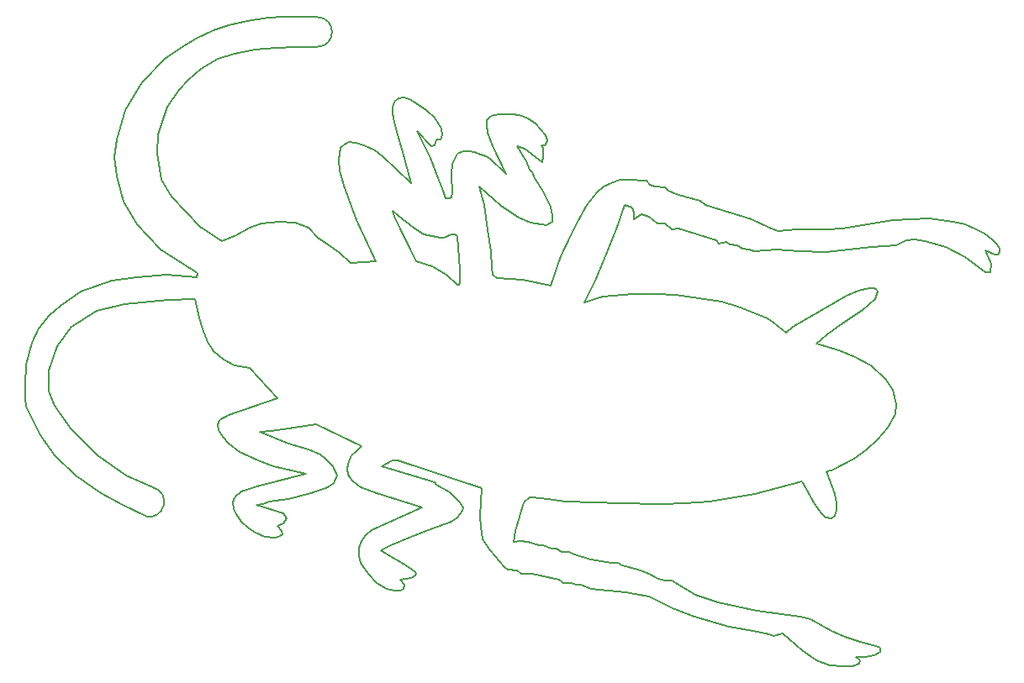
<source format=gm1>
G04 #@! TF.GenerationSoftware,KiCad,Pcbnew,5.0.0-fee4fd1~66~ubuntu18.04.1*
G04 #@! TF.CreationDate,2018-09-07T22:29:42-07:00*
G04 #@! TF.ProjectId,trevor2,747265766F72322E6B696361645F7063,rev?*
G04 #@! TF.SameCoordinates,Original*
G04 #@! TF.FileFunction,Profile,NP*
%FSLAX46Y46*%
G04 Gerber Fmt 4.6, Leading zero omitted, Abs format (unit mm)*
G04 Created by KiCad (PCBNEW 5.0.0-fee4fd1~66~ubuntu18.04.1) date Fri Sep  7 22:29:42 2018*
%MOMM*%
%LPD*%
G01*
G04 APERTURE LIST*
%ADD10C,0.150000*%
G04 APERTURE END LIST*
D10*
X138200000Y-79000000D02*
X138000000Y-78400000D01*
X138600000Y-78900000D02*
X138000000Y-78400000D01*
X140100000Y-80100000D02*
X138600000Y-78900000D01*
X140600000Y-80500000D02*
X140100000Y-80100000D01*
X141100000Y-80800000D02*
X140600000Y-80500000D01*
X142000000Y-81000000D02*
X141100000Y-80800000D01*
X142800000Y-81100000D02*
X142000000Y-81000000D01*
X143200000Y-81100000D02*
X142800000Y-81100000D01*
X143900000Y-80800000D02*
X143200000Y-81100000D01*
X144300000Y-80800000D02*
X143900000Y-80800000D01*
X144500000Y-81000000D02*
X144300000Y-80800000D01*
X144800000Y-84300000D02*
X144500000Y-81000000D01*
X144800000Y-85600000D02*
X144800000Y-84300000D01*
X144700000Y-85900000D02*
X144800000Y-85600000D01*
X144500000Y-85900000D02*
X144700000Y-85900000D01*
X143400000Y-84900000D02*
X144500000Y-85900000D01*
X142000000Y-84000000D02*
X143400000Y-84900000D01*
X140400000Y-83500000D02*
X142000000Y-84000000D01*
X138200000Y-79000000D02*
X140400000Y-83500000D01*
X131500000Y-81800000D02*
X130500000Y-81100000D01*
X132700000Y-82700000D02*
X131500000Y-81800000D01*
X133800000Y-83700000D02*
X132700000Y-82700000D01*
X136300000Y-83500000D02*
X133800000Y-83700000D01*
X134400000Y-79400000D02*
X136300000Y-83500000D01*
X133100000Y-75900000D02*
X134400000Y-79400000D01*
X132700000Y-74400000D02*
X133100000Y-75900000D01*
X132600000Y-73300000D02*
X132700000Y-74400000D01*
X132800000Y-72100000D02*
X132600000Y-73300000D01*
X133000000Y-71800000D02*
X132800000Y-72100000D01*
X133600000Y-71500000D02*
X133000000Y-71800000D01*
X134300000Y-71600000D02*
X133600000Y-71500000D01*
X135100000Y-71800000D02*
X134300000Y-71600000D01*
X136200000Y-72300000D02*
X135100000Y-71800000D01*
X137000000Y-72900000D02*
X136200000Y-72300000D01*
X139900000Y-75600000D02*
X137000000Y-72900000D01*
X139000000Y-72500000D02*
X139900000Y-75600000D01*
X138400000Y-70500000D02*
X139000000Y-72500000D01*
X138100000Y-69100000D02*
X138400000Y-70500000D01*
X138000000Y-68500000D02*
X138100000Y-69100000D01*
X138000000Y-68000000D02*
X138000000Y-68500000D01*
X138200000Y-67400000D02*
X138000000Y-68000000D01*
X138600000Y-67100000D02*
X138200000Y-67400000D01*
X139100000Y-67000000D02*
X138600000Y-67100000D01*
X139700000Y-67200000D02*
X139100000Y-67000000D01*
X140100000Y-67400000D02*
X139700000Y-67200000D01*
X141400000Y-68300000D02*
X140100000Y-67400000D01*
X142200000Y-69000000D02*
X141400000Y-68300000D01*
X142900000Y-70100000D02*
X142200000Y-69000000D01*
X143000000Y-70800000D02*
X142900000Y-70100000D01*
X142800000Y-71200000D02*
X143000000Y-70800000D01*
X142400000Y-71200000D02*
X142800000Y-71200000D01*
X142200000Y-71800000D02*
X142400000Y-71200000D01*
X141900000Y-71900000D02*
X142200000Y-71800000D01*
X140500000Y-70400000D02*
X141900000Y-71900000D01*
X141800000Y-73100000D02*
X140500000Y-70400000D01*
X142600000Y-75100000D02*
X141800000Y-73100000D01*
X143100000Y-76400000D02*
X142600000Y-75100000D01*
X143300000Y-77200000D02*
X143100000Y-76400000D01*
X143700000Y-77200000D02*
X143300000Y-77200000D01*
X143900000Y-77100000D02*
X143700000Y-77200000D01*
X144000000Y-76600000D02*
X143900000Y-77100000D01*
X143900000Y-74800000D02*
X144000000Y-76600000D01*
X144000000Y-73700000D02*
X143900000Y-74800000D01*
X144500000Y-72700000D02*
X144000000Y-73700000D01*
X145100000Y-72400000D02*
X144500000Y-72700000D01*
X145700000Y-72400000D02*
X145100000Y-72400000D01*
X146200000Y-72500000D02*
X145700000Y-72400000D01*
X146900000Y-72800000D02*
X146200000Y-72500000D01*
X147400000Y-72900000D02*
X146900000Y-72800000D01*
X147800000Y-73200000D02*
X147400000Y-72900000D01*
X149400000Y-74700000D02*
X147800000Y-73200000D01*
X148100000Y-71900000D02*
X149400000Y-74700000D01*
X147600000Y-70600000D02*
X148100000Y-71900000D01*
X147500000Y-69800000D02*
X147600000Y-70600000D01*
X147500000Y-69300000D02*
X147500000Y-69800000D01*
X147900000Y-68900000D02*
X147500000Y-69300000D01*
X148700000Y-68700000D02*
X147900000Y-68900000D01*
X150000000Y-68700000D02*
X148700000Y-68700000D01*
X150800000Y-68800000D02*
X150000000Y-68700000D01*
X151600000Y-69100000D02*
X150800000Y-68800000D01*
X152400000Y-69600000D02*
X151600000Y-69100000D01*
X153400000Y-70800000D02*
X152400000Y-69600000D01*
X153600000Y-71300000D02*
X153400000Y-70800000D01*
X153500000Y-71600000D02*
X153600000Y-71300000D01*
X153300000Y-71800000D02*
X153500000Y-71600000D01*
X153000000Y-71800000D02*
X153300000Y-71800000D01*
X153200000Y-72100000D02*
X153000000Y-71800000D01*
X153200000Y-72900000D02*
X153200000Y-72100000D01*
X153100000Y-73500000D02*
X153200000Y-72900000D01*
X151300000Y-72200000D02*
X153100000Y-73500000D01*
X150500000Y-71900000D02*
X151300000Y-72200000D01*
X151500000Y-73400000D02*
X150500000Y-71900000D01*
X151800000Y-74300000D02*
X151500000Y-73400000D01*
X152100000Y-74500000D02*
X151800000Y-74300000D01*
X152300000Y-75100000D02*
X152100000Y-74500000D01*
X153200000Y-76500000D02*
X152300000Y-75100000D01*
X153900000Y-78000000D02*
X153200000Y-76500000D01*
X154100000Y-78900000D02*
X153900000Y-78000000D01*
X154100000Y-79500000D02*
X154100000Y-78900000D01*
X153500000Y-79900000D02*
X154100000Y-79500000D01*
X151900000Y-79600000D02*
X153500000Y-79900000D01*
X150700000Y-79100000D02*
X151900000Y-79600000D01*
X148900000Y-77900000D02*
X150700000Y-79100000D01*
X146700000Y-76000000D02*
X148900000Y-77900000D01*
X147200000Y-77800000D02*
X146700000Y-76000000D01*
X147600000Y-80400000D02*
X147200000Y-77800000D01*
X147900000Y-82500000D02*
X147600000Y-80400000D01*
X148000000Y-84200000D02*
X147900000Y-82500000D01*
X148100000Y-84900000D02*
X148000000Y-84200000D01*
X148500000Y-85200000D02*
X148100000Y-84900000D01*
X151100000Y-85400000D02*
X148500000Y-85200000D01*
X153900000Y-86000000D02*
X151100000Y-85400000D01*
X154900000Y-83000000D02*
X153900000Y-86000000D01*
X156000000Y-80700000D02*
X154900000Y-83000000D01*
X156600000Y-79500000D02*
X156000000Y-80700000D01*
X157600000Y-77800000D02*
X156600000Y-79500000D01*
X158600000Y-76600000D02*
X157600000Y-77800000D01*
X159300000Y-76000000D02*
X158600000Y-76600000D01*
X160000000Y-75600000D02*
X159300000Y-76000000D01*
X160900000Y-75300000D02*
X160000000Y-75600000D01*
X161800000Y-75300000D02*
X160900000Y-75300000D01*
X163600000Y-75400000D02*
X161800000Y-75300000D01*
X163900000Y-75800000D02*
X163600000Y-75400000D01*
X164400000Y-76000000D02*
X163900000Y-75800000D01*
X165400000Y-76100000D02*
X164400000Y-76000000D01*
X165800000Y-76400000D02*
X165400000Y-76100000D01*
X166500000Y-76700000D02*
X165800000Y-76400000D01*
X167700000Y-77100000D02*
X166500000Y-76700000D01*
X169000000Y-77400000D02*
X167700000Y-77100000D01*
X169500000Y-77800000D02*
X169000000Y-77400000D01*
X174200000Y-79300000D02*
X169500000Y-77800000D01*
X175800000Y-80000000D02*
X174200000Y-79300000D01*
X176800000Y-80500000D02*
X175800000Y-80000000D01*
X178700000Y-80300000D02*
X176800000Y-80500000D01*
X181800000Y-80300000D02*
X178700000Y-80300000D01*
X183300000Y-80200000D02*
X181800000Y-80300000D01*
X188400000Y-79400000D02*
X183300000Y-80200000D01*
X190200000Y-79300000D02*
X188400000Y-79400000D01*
X192000000Y-79200000D02*
X190200000Y-79300000D01*
X194500000Y-79500000D02*
X192000000Y-79200000D01*
X195700000Y-79800000D02*
X194500000Y-79500000D01*
X196800000Y-80300000D02*
X195700000Y-79800000D01*
X197600000Y-80700000D02*
X196800000Y-80300000D01*
X198400000Y-81300000D02*
X197600000Y-80700000D01*
X198900000Y-81800000D02*
X198400000Y-81300000D01*
X199100000Y-82200000D02*
X198900000Y-81800000D01*
X199100000Y-82600000D02*
X199100000Y-82200000D01*
X199000000Y-82800000D02*
X199100000Y-82600000D01*
X198600000Y-82800000D02*
X199000000Y-82800000D01*
X197700000Y-82400000D02*
X198600000Y-82800000D01*
X198300000Y-83800000D02*
X197700000Y-82400000D01*
X198200000Y-84600000D02*
X198300000Y-83800000D01*
X197700000Y-84600000D02*
X198200000Y-84600000D01*
X195700000Y-83100000D02*
X197700000Y-84600000D01*
X193700000Y-82100000D02*
X195700000Y-83100000D01*
X191600000Y-81500000D02*
X193700000Y-82100000D01*
X190600000Y-81300000D02*
X191600000Y-81500000D01*
X189700000Y-81400000D02*
X190600000Y-81300000D01*
X188700000Y-81900000D02*
X189700000Y-81400000D01*
X186300000Y-82100000D02*
X188700000Y-81900000D01*
X181600000Y-82600000D02*
X186300000Y-82100000D01*
X179000000Y-82500000D02*
X181600000Y-82600000D01*
X176600000Y-82300000D02*
X179000000Y-82500000D01*
X174400000Y-82500000D02*
X176600000Y-82300000D01*
X173900000Y-82300000D02*
X174400000Y-82500000D01*
X173200000Y-82200000D02*
X173900000Y-82300000D01*
X172700000Y-81900000D02*
X173200000Y-82200000D01*
X172000000Y-81800000D02*
X172700000Y-81900000D01*
X171600000Y-81600000D02*
X172000000Y-81800000D01*
X170900000Y-81700000D02*
X171600000Y-81600000D01*
X170600000Y-81400000D02*
X170900000Y-81700000D01*
X166800000Y-80200000D02*
X170600000Y-81400000D01*
X166100000Y-80300000D02*
X166800000Y-80200000D01*
X165400000Y-79700000D02*
X166100000Y-80300000D01*
X164700000Y-79700000D02*
X165400000Y-79700000D01*
X163800000Y-79000000D02*
X164700000Y-79700000D01*
X163100000Y-78800000D02*
X163800000Y-79000000D01*
X162300000Y-79300000D02*
X163100000Y-78800000D01*
X162300000Y-78600000D02*
X162300000Y-79300000D01*
X162100000Y-78100000D02*
X162300000Y-78600000D01*
X161400000Y-77800000D02*
X162100000Y-78100000D01*
X160500000Y-80300000D02*
X161400000Y-77800000D01*
X159300000Y-83400000D02*
X160500000Y-80300000D01*
X158400000Y-85500000D02*
X159300000Y-83400000D01*
X157300000Y-87700000D02*
X158400000Y-85500000D01*
X159200000Y-87100000D02*
X157300000Y-87700000D01*
X162200000Y-86800000D02*
X159200000Y-87100000D01*
X164600000Y-86800000D02*
X162200000Y-86800000D01*
X166500000Y-86900000D02*
X164600000Y-86800000D01*
X171100000Y-87600000D02*
X166500000Y-86900000D01*
X172800000Y-88100000D02*
X171100000Y-87600000D01*
X174900000Y-88900000D02*
X172800000Y-88100000D01*
X175800000Y-89300000D02*
X174900000Y-88900000D01*
X176400000Y-89700000D02*
X175800000Y-89300000D01*
X177600000Y-90700000D02*
X176400000Y-89700000D01*
X178300000Y-90100000D02*
X177600000Y-90700000D01*
X183700000Y-87000000D02*
X178300000Y-90100000D01*
X184900000Y-86500000D02*
X183700000Y-87000000D01*
X186000000Y-86200000D02*
X184900000Y-86500000D01*
X186500000Y-86200000D02*
X186000000Y-86200000D01*
X186800000Y-86400000D02*
X186500000Y-86200000D01*
X186900000Y-86600000D02*
X186800000Y-86400000D01*
X186600000Y-87300000D02*
X186900000Y-86600000D01*
X185300000Y-88400000D02*
X186600000Y-87300000D01*
X183300000Y-89800000D02*
X185300000Y-88400000D01*
X181800000Y-90900000D02*
X183300000Y-89800000D01*
X180700000Y-91800000D02*
X181800000Y-90900000D01*
X183000000Y-92500000D02*
X180700000Y-91800000D01*
X184600000Y-93200000D02*
X183000000Y-92500000D01*
X186200000Y-94000000D02*
X184600000Y-93200000D01*
X187600000Y-95400000D02*
X186200000Y-94000000D01*
X188400000Y-96500000D02*
X187600000Y-95400000D01*
X188700000Y-97900000D02*
X188400000Y-96500000D01*
X188600000Y-98900000D02*
X188700000Y-97900000D01*
X187900000Y-100300000D02*
X188600000Y-98900000D01*
X186900000Y-101500000D02*
X187900000Y-100300000D01*
X185800000Y-102500000D02*
X186900000Y-101500000D01*
X184500000Y-103400000D02*
X185800000Y-102500000D01*
X182200000Y-104600000D02*
X184500000Y-103400000D01*
X181700000Y-104700000D02*
X182200000Y-104600000D01*
X182500000Y-107000000D02*
X181700000Y-104700000D01*
X182700000Y-107900000D02*
X182500000Y-107000000D01*
X182700000Y-108600000D02*
X182700000Y-107900000D01*
X182500000Y-109200000D02*
X182700000Y-108600000D01*
X182200000Y-109400000D02*
X182500000Y-109200000D01*
X181600000Y-109300000D02*
X182200000Y-109400000D01*
X181200000Y-108900000D02*
X181600000Y-109300000D01*
X180500000Y-108000000D02*
X181200000Y-108900000D01*
X179200000Y-105700000D02*
X180500000Y-108000000D01*
X178000000Y-106000000D02*
X179200000Y-105700000D01*
X174500000Y-107000000D02*
X178000000Y-106000000D01*
X169900000Y-107700000D02*
X174500000Y-107000000D01*
X167500000Y-107900000D02*
X169900000Y-107700000D01*
X165100000Y-108000000D02*
X167500000Y-107900000D01*
X160800000Y-107900000D02*
X165100000Y-108000000D01*
X158500000Y-107800000D02*
X160800000Y-107900000D01*
X155400000Y-107700000D02*
X158500000Y-107800000D01*
X153700000Y-107500000D02*
X155400000Y-107700000D01*
X152100000Y-107300000D02*
X153700000Y-107500000D01*
X151800000Y-107300000D02*
X152100000Y-107300000D01*
X151200000Y-107800000D02*
X151800000Y-107300000D01*
X150400000Y-110700000D02*
X151200000Y-107800000D01*
X150200000Y-111800000D02*
X150400000Y-110700000D01*
X150900000Y-111700000D02*
X150200000Y-111800000D01*
X151600000Y-111800000D02*
X150900000Y-111700000D01*
X152700000Y-112100000D02*
X151600000Y-111800000D01*
X153200000Y-112100000D02*
X152700000Y-112100000D01*
X154000000Y-112500000D02*
X153200000Y-112100000D01*
X154500000Y-112500000D02*
X154000000Y-112500000D01*
X155000000Y-112800000D02*
X154500000Y-112500000D01*
X155800000Y-112800000D02*
X155000000Y-112800000D01*
X156300000Y-113100000D02*
X155800000Y-112800000D01*
X158000000Y-113600000D02*
X156300000Y-113100000D01*
X160000000Y-113900000D02*
X158000000Y-113600000D01*
X160700000Y-113900000D02*
X160000000Y-113900000D01*
X161100000Y-114200000D02*
X160700000Y-113900000D01*
X162700000Y-114600000D02*
X161100000Y-114200000D01*
X163800000Y-115000000D02*
X162700000Y-114600000D01*
X164800000Y-115500000D02*
X163800000Y-115000000D01*
X165400000Y-115700000D02*
X164800000Y-115500000D01*
X166100000Y-115700000D02*
X165400000Y-115700000D01*
X168500000Y-117100000D02*
X166100000Y-115700000D01*
X170800000Y-117900000D02*
X168500000Y-117100000D01*
X174700000Y-118700000D02*
X170800000Y-117900000D01*
X179100000Y-119300000D02*
X174700000Y-118700000D01*
X180100000Y-119600000D02*
X179100000Y-119300000D01*
X182200000Y-120800000D02*
X180100000Y-119600000D01*
X183600000Y-121400000D02*
X182200000Y-120800000D01*
X185100000Y-121900000D02*
X183600000Y-121400000D01*
X186700000Y-122300000D02*
X185100000Y-121900000D01*
X187100000Y-122500000D02*
X186700000Y-122300000D01*
X187100000Y-122900000D02*
X187100000Y-122500000D01*
X186500000Y-123200000D02*
X187100000Y-122900000D01*
X185600000Y-123400000D02*
X186500000Y-123200000D01*
X184700000Y-123400000D02*
X185600000Y-123400000D01*
X185100000Y-123700000D02*
X184700000Y-123400000D01*
X185000000Y-124100000D02*
X185100000Y-123700000D01*
X184300000Y-124300000D02*
X185000000Y-124100000D01*
X183500000Y-124300000D02*
X184300000Y-124300000D01*
X182000000Y-124200000D02*
X183500000Y-124300000D01*
X180700000Y-123700000D02*
X182000000Y-124200000D01*
X179200000Y-122700000D02*
X180700000Y-123700000D01*
X177300000Y-121000000D02*
X179200000Y-122700000D01*
X176400000Y-121300000D02*
X177300000Y-121000000D01*
X175900000Y-121100000D02*
X176400000Y-121300000D01*
X174300000Y-120800000D02*
X175900000Y-121100000D01*
X171900000Y-120300000D02*
X174300000Y-120800000D01*
X168400000Y-119300000D02*
X171900000Y-120300000D01*
X166200000Y-118500000D02*
X168400000Y-119300000D01*
X165200000Y-118000000D02*
X166200000Y-118500000D01*
X163800000Y-117300000D02*
X165200000Y-118000000D01*
X161500000Y-116900000D02*
X163800000Y-117300000D01*
X158000000Y-116500000D02*
X161500000Y-116900000D01*
X157000000Y-116100000D02*
X158000000Y-116500000D01*
X156500000Y-116100000D02*
X157000000Y-116100000D01*
X156000000Y-115900000D02*
X156500000Y-116100000D01*
X155200000Y-115900000D02*
X156000000Y-115900000D01*
X154800000Y-115600000D02*
X155200000Y-115900000D01*
X152100000Y-115000000D02*
X154800000Y-115600000D01*
X151000000Y-115000000D02*
X152100000Y-115000000D01*
X150500000Y-114700000D02*
X151000000Y-115000000D01*
X149600000Y-114600000D02*
X150500000Y-114700000D01*
X149300000Y-114300000D02*
X149600000Y-114600000D01*
X147800000Y-112600000D02*
X149300000Y-114300000D01*
X147100000Y-111500000D02*
X147800000Y-112600000D01*
X146900000Y-110300000D02*
X147100000Y-111500000D01*
X146800000Y-109200000D02*
X146900000Y-110300000D01*
X146900000Y-107800000D02*
X146800000Y-109200000D01*
X147000000Y-106400000D02*
X146900000Y-107800000D01*
X138500000Y-103600000D02*
X147000000Y-106400000D01*
X138000000Y-103600000D02*
X138500000Y-103600000D01*
X136900000Y-104200000D02*
X138000000Y-103600000D01*
X142200000Y-105800000D02*
X136900000Y-104200000D01*
X142400000Y-106000000D02*
X142200000Y-105800000D01*
X143800000Y-106800000D02*
X142400000Y-106000000D01*
X144700000Y-107700000D02*
X143800000Y-106800000D01*
X145100000Y-108300000D02*
X144700000Y-107700000D01*
X145000000Y-108700000D02*
X145100000Y-108300000D01*
X144500000Y-109300000D02*
X145000000Y-108700000D01*
X143900000Y-109800000D02*
X144500000Y-109300000D01*
X141800000Y-110500000D02*
X143900000Y-109800000D01*
X139900000Y-111300000D02*
X141800000Y-110500000D01*
X137800000Y-112100000D02*
X139900000Y-111300000D01*
X136800000Y-112600000D02*
X137800000Y-112100000D01*
X137300000Y-113000000D02*
X136800000Y-112600000D01*
X138900000Y-113900000D02*
X137300000Y-113000000D01*
X139900000Y-114500000D02*
X138900000Y-113900000D01*
X140400000Y-114900000D02*
X139900000Y-114500000D01*
X140300000Y-115200000D02*
X140400000Y-114900000D01*
X139900000Y-115400000D02*
X140300000Y-115200000D01*
X138800000Y-115600000D02*
X139900000Y-115400000D01*
X139200000Y-116100000D02*
X138800000Y-115600000D01*
X139100000Y-116500000D02*
X139200000Y-116100000D01*
X138800000Y-116700000D02*
X139100000Y-116500000D01*
X138200000Y-116700000D02*
X138800000Y-116700000D01*
X137400000Y-116500000D02*
X138200000Y-116700000D01*
X136400000Y-115900000D02*
X137400000Y-116500000D01*
X135600000Y-115100000D02*
X136400000Y-115900000D01*
X135100000Y-114400000D02*
X135600000Y-115100000D01*
X134800000Y-113900000D02*
X135100000Y-114400000D01*
X134600000Y-113200000D02*
X134800000Y-113900000D01*
X134600000Y-112400000D02*
X134600000Y-113200000D01*
X134900000Y-111700000D02*
X134600000Y-112400000D01*
X135300000Y-111100000D02*
X134900000Y-111700000D01*
X135900000Y-110600000D02*
X135300000Y-111100000D01*
X141000000Y-108300000D02*
X135900000Y-110600000D01*
X136400000Y-106900000D02*
X141000000Y-108300000D01*
X134800000Y-106300000D02*
X136400000Y-106900000D01*
X134000000Y-105700000D02*
X134800000Y-106300000D01*
X133600000Y-105200000D02*
X134000000Y-105700000D01*
X133500000Y-104900000D02*
X133600000Y-105200000D01*
X133400000Y-104500000D02*
X133500000Y-104900000D01*
X133500000Y-103900000D02*
X133400000Y-104500000D01*
X133900000Y-103100000D02*
X133500000Y-103900000D01*
X134300000Y-102700000D02*
X133900000Y-103100000D01*
X134900000Y-102100000D02*
X134300000Y-102700000D01*
X130300000Y-99900000D02*
X134900000Y-102100000D01*
X126400000Y-100500000D02*
X130300000Y-99900000D01*
X125700000Y-100600000D02*
X126400000Y-100500000D01*
X124600000Y-100700000D02*
X125700000Y-100600000D01*
X127500000Y-101900000D02*
X124600000Y-100700000D01*
X129500000Y-102500000D02*
X127500000Y-101900000D01*
X130700000Y-103000000D02*
X129500000Y-102500000D01*
X131200000Y-103400000D02*
X130700000Y-103000000D01*
X132000000Y-104200000D02*
X131200000Y-103400000D01*
X132400000Y-105100000D02*
X132000000Y-104200000D01*
X132100000Y-105900000D02*
X132400000Y-105100000D01*
X131500000Y-106300000D02*
X132100000Y-105900000D01*
X129800000Y-106900000D02*
X131500000Y-106300000D01*
X127500000Y-107500000D02*
X129800000Y-106900000D01*
X125600000Y-107700000D02*
X127500000Y-107500000D01*
X125000000Y-108000000D02*
X125600000Y-107700000D01*
X124300000Y-108100000D02*
X125000000Y-108000000D01*
X127000000Y-108900000D02*
X124300000Y-108100000D01*
X127300000Y-109400000D02*
X127000000Y-108900000D01*
X127200000Y-109700000D02*
X127300000Y-109400000D01*
X127000000Y-109900000D02*
X127200000Y-109700000D01*
X126400000Y-110200000D02*
X127000000Y-109900000D01*
X126800000Y-110700000D02*
X126400000Y-110200000D01*
X126900000Y-111000000D02*
X126800000Y-110700000D01*
X126700000Y-111200000D02*
X126900000Y-111000000D01*
X126200000Y-111400000D02*
X126700000Y-111200000D01*
X125100000Y-111300000D02*
X126200000Y-111400000D01*
X124200000Y-110900000D02*
X125100000Y-111300000D01*
X123500000Y-110400000D02*
X124200000Y-110900000D01*
X122800000Y-109800000D02*
X123500000Y-110400000D01*
X122300000Y-109000000D02*
X122800000Y-109800000D01*
X122000000Y-108500000D02*
X122300000Y-109000000D01*
X121900000Y-107800000D02*
X122000000Y-108500000D01*
X122100000Y-107300000D02*
X121900000Y-107800000D01*
X122800000Y-106700000D02*
X122100000Y-107300000D01*
X124600000Y-106100000D02*
X122800000Y-106700000D01*
X129300000Y-104900000D02*
X124600000Y-106100000D01*
X126000000Y-104200000D02*
X129300000Y-104900000D01*
X124500000Y-103600000D02*
X126000000Y-104200000D01*
X122600000Y-102700000D02*
X124500000Y-103600000D01*
X121500000Y-101900000D02*
X122600000Y-102700000D01*
X120900000Y-101200000D02*
X121500000Y-101900000D01*
X120500000Y-100500000D02*
X120900000Y-101200000D01*
X120400000Y-100000000D02*
X120500000Y-100500000D01*
X120600000Y-99500000D02*
X120400000Y-100000000D01*
X121500000Y-99000000D02*
X120600000Y-99500000D01*
X126400000Y-97300000D02*
X121500000Y-99000000D01*
X123600000Y-94300000D02*
X126400000Y-97300000D01*
X122100000Y-94000000D02*
X123600000Y-94300000D01*
X121000000Y-93400000D02*
X122100000Y-94000000D01*
X120000000Y-92600000D02*
X121000000Y-93400000D01*
X119400000Y-91600000D02*
X120000000Y-92600000D01*
X118900000Y-90400000D02*
X119400000Y-91600000D01*
X118500000Y-89200000D02*
X118900000Y-90400000D01*
X118100000Y-87300000D02*
X118500000Y-89200000D01*
X115400000Y-87400000D02*
X118100000Y-87300000D01*
X111000000Y-87800000D02*
X115400000Y-87400000D01*
X108200000Y-88500000D02*
X111000000Y-87800000D01*
X105700000Y-90100000D02*
X108200000Y-88500000D01*
X104200000Y-92100000D02*
X105700000Y-90100000D01*
X103400000Y-94500000D02*
X104200000Y-92100000D01*
X103400000Y-96600000D02*
X103400000Y-94500000D01*
X104000000Y-98100000D02*
X103400000Y-96600000D01*
X105600000Y-100400000D02*
X104000000Y-98100000D01*
X108300000Y-103100000D02*
X105600000Y-100400000D01*
X111200000Y-105100000D02*
X108300000Y-103100000D01*
X113900000Y-106300000D02*
X111200000Y-105100000D01*
X103500000Y-88900000D02*
X104600000Y-88000000D01*
X102400000Y-90300000D02*
X103500000Y-88900000D01*
X101700000Y-91700000D02*
X102400000Y-90300000D01*
X101100000Y-93900000D02*
X101700000Y-91700000D01*
X101000000Y-96000000D02*
X101100000Y-93900000D01*
X101000000Y-97300000D02*
X101000000Y-96000000D01*
X101100000Y-98200000D02*
X101000000Y-97300000D01*
X102500000Y-101000000D02*
X101100000Y-98200000D01*
X104000000Y-103100000D02*
X102500000Y-101000000D01*
X106100000Y-105100000D02*
X104000000Y-103100000D01*
X108600000Y-106900000D02*
X106100000Y-105100000D01*
X110800000Y-108100000D02*
X108600000Y-106900000D01*
X113100000Y-109200000D02*
X110800000Y-108100000D01*
X113876458Y-106302222D02*
G75*
G02X113100000Y-109200000I-388229J-1448889D01*
G01*
X118400000Y-84700000D02*
X118300000Y-85100000D01*
X106600000Y-86600000D02*
X104600000Y-88000000D01*
X109700000Y-85500000D02*
X106600000Y-86600000D01*
X112300000Y-85100000D02*
X109700000Y-85500000D01*
X115200000Y-84900000D02*
X112300000Y-85100000D01*
X118300000Y-85100000D02*
X115200000Y-84900000D01*
X116500000Y-83500000D02*
X118400000Y-84700000D01*
X114600000Y-82300000D02*
X116500000Y-83500000D01*
X112300000Y-79800000D02*
X114600000Y-82300000D01*
X110900000Y-77500000D02*
X112300000Y-79800000D01*
X110200000Y-75000000D02*
X110900000Y-77500000D01*
X110000000Y-73000000D02*
X110200000Y-75000000D01*
X110200000Y-71200000D02*
X110000000Y-73000000D01*
X111100000Y-68300000D02*
X110200000Y-71200000D01*
X112800000Y-65500000D02*
X111100000Y-68300000D01*
X115100000Y-63100000D02*
X112800000Y-65500000D01*
X116700000Y-62000000D02*
X115100000Y-63100000D01*
X118200000Y-61100000D02*
X116700000Y-62000000D01*
X120000000Y-60200000D02*
X118200000Y-61100000D01*
X121500000Y-59700000D02*
X120000000Y-60200000D01*
X129500000Y-80100000D02*
X130500000Y-81100000D01*
X128200000Y-79600000D02*
X129500000Y-80100000D01*
X126600000Y-79500000D02*
X128200000Y-79600000D01*
X124800000Y-79700000D02*
X126600000Y-79500000D01*
X123600000Y-80100000D02*
X124800000Y-79700000D01*
X122300000Y-80900000D02*
X123600000Y-80100000D01*
X120800000Y-81500000D02*
X122300000Y-80900000D01*
X118600000Y-80000000D02*
X120800000Y-81500000D01*
X115700000Y-77000000D02*
X118600000Y-80000000D01*
X114700000Y-75300000D02*
X115700000Y-77000000D01*
X114300000Y-72700000D02*
X114700000Y-75300000D01*
X114400000Y-70700000D02*
X114300000Y-72700000D01*
X115300000Y-67900000D02*
X114400000Y-70700000D01*
X116500000Y-66200000D02*
X115300000Y-67900000D01*
X117400000Y-65200000D02*
X116500000Y-66200000D01*
X118700000Y-64100000D02*
X117400000Y-65200000D01*
X120400000Y-63100000D02*
X118700000Y-64100000D01*
X130400000Y-61900000D02*
X130000000Y-61900000D01*
X130400000Y-58900000D02*
X129900000Y-58900000D01*
X122100000Y-62600000D02*
X120400000Y-63100000D01*
X124100000Y-62200000D02*
X122100000Y-62600000D01*
X126200000Y-62000000D02*
X124100000Y-62200000D01*
X128200000Y-61900000D02*
X126200000Y-62000000D01*
X130000000Y-61900000D02*
X128200000Y-61900000D01*
X123400000Y-59300000D02*
X121500000Y-59700000D01*
X125500000Y-59000000D02*
X123400000Y-59300000D01*
X127000000Y-58900000D02*
X125500000Y-59000000D01*
X129900000Y-58900000D02*
X127000000Y-58900000D01*
X130400000Y-58900000D02*
G75*
G02X130400000Y-61900000I0J-1500000D01*
G01*
M02*

</source>
